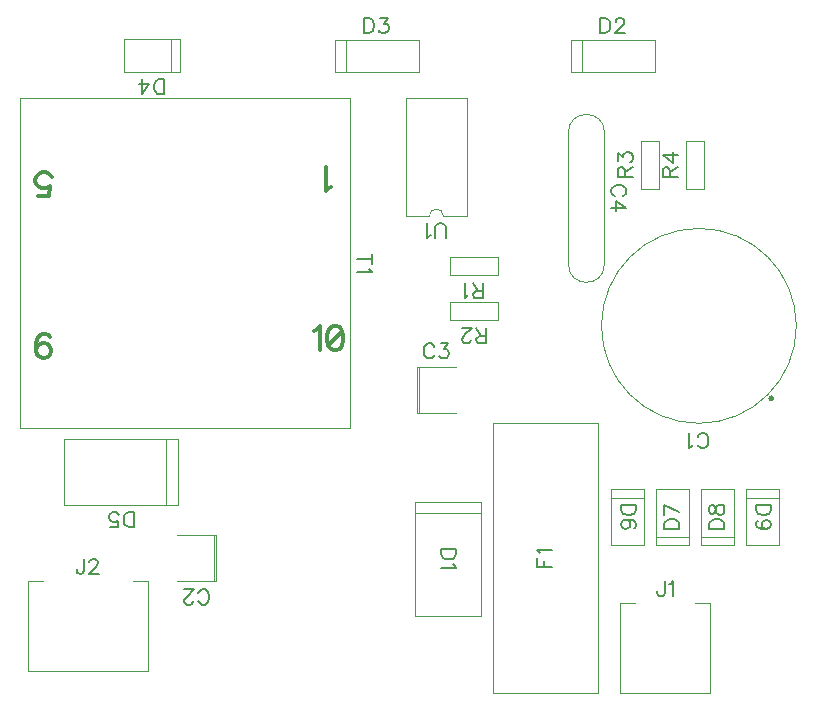
<source format=gbr>
G04 DipTrace 4.1.2.0*
G04 SyedTopSilk.gbr*
%MOIN*%
G04 #@! TF.FileFunction,Legend,Top*
G04 #@! TF.Part,Single*
%ADD10C,0.004724*%
%ADD89C,0.00772*%
%ADD90C,0.012351*%
%FSLAX26Y26*%
G04*
G70*
G90*
G75*
G01*
G04 TopSilk*
%LPD*%
X2225197Y-1075000D2*
G54D10*
G02X2225197Y-1075000I324803J0D01*
G01*
G36*
X2801490Y-1316636D2*
X2801405Y-1317921D1*
X2801154Y-1319184D1*
X2800740Y-1320403D1*
X2800171Y-1321557D1*
X2799456Y-1322628D1*
X2798607Y-1323596D1*
X2797639Y-1324445D1*
X2796569Y-1325160D1*
X2795414Y-1325730D1*
X2794195Y-1326143D1*
X2792932Y-1326395D1*
X2791647Y-1326479D1*
X2790363Y-1326395D1*
X2789100Y-1326144D1*
X2787881Y-1325730D1*
X2786726Y-1325160D1*
X2785655Y-1324445D1*
X2784687Y-1323596D1*
X2783839Y-1322628D1*
X2783123Y-1321558D1*
X2782554Y-1320403D1*
X2782140Y-1319184D1*
X2781889Y-1317921D1*
X2781805Y-1316637D1*
D1*
X2781889Y-1315352D1*
X2782140Y-1314089D1*
X2782554Y-1312870D1*
X2783123Y-1311715D1*
X2783838Y-1310645D1*
X2784687Y-1309677D1*
X2785655Y-1308828D1*
X2786726Y-1308113D1*
X2787880Y-1307543D1*
X2789099Y-1307129D1*
X2790362Y-1306878D1*
X2791647Y-1306794D1*
X2792932Y-1306878D1*
X2794194Y-1307129D1*
X2795413Y-1307543D1*
X2796568Y-1308112D1*
X2797639Y-1308828D1*
X2798607Y-1309677D1*
X2799456Y-1310644D1*
X2800171Y-1311715D1*
X2800740Y-1312870D1*
X2801154Y-1314089D1*
X2801405Y-1315351D1*
X2801490Y-1316636D1*
D1*
G37*
X939804Y-1926770D2*
G54D10*
X810196D1*
X939804Y-1773230D2*
X810196D1*
X939804D2*
Y-1926770D1*
X932458Y-1773230D2*
Y-1926770D1*
X1610196Y-1210730D2*
X1739804D1*
X1610196Y-1364270D2*
X1739804D1*
X1610196D2*
Y-1210730D1*
X1617542Y-1364270D2*
Y-1210730D1*
X2115000Y-429920D2*
Y-870080D1*
X2235000Y-429920D2*
Y-870080D1*
X2115000D2*
G03X2235000Y-870080I60000J80D01*
G01*
Y-429920D2*
G03X2115000Y-429920I-60000J-80D01*
G01*
X1602264Y-1661035D2*
Y-2039122D1*
X1822736Y-1661035D2*
Y-2039122D1*
X1602264Y-1661035D2*
X1822736D1*
X1602264Y-2011260D2*
Y-2042560D1*
X1822736D1*
Y-2011260D1*
Y-1700184D2*
X1602264D1*
X2124782Y-228150D2*
X2400218D1*
X2124782Y-121850D2*
X2400218D1*
X2124782Y-228150D2*
Y-121850D1*
X2372596Y-228150D2*
X2404361D1*
Y-121850D1*
X2372596D1*
X2159969D2*
Y-228150D1*
X1337284Y-228154D2*
X1612719Y-228146D1*
X1337281Y-121854D2*
X1612716Y-121846D1*
X1337284Y-228154D2*
X1337281Y-121854D1*
X1585097Y-228146D2*
X1616862Y-228145D1*
X1616859Y-121846D1*
X1585094Y-121847D1*
X1372467Y-121853D2*
X1372470Y-228153D1*
X819577Y-119882D2*
Y-230118D1*
X817576D2*
X632424D1*
X789734Y-119882D2*
Y-230118D1*
X632424Y-119882D2*
Y-230118D1*
X817576Y-119882D2*
X632424D1*
X814043Y-1452264D2*
X435957D1*
X814043Y-1672736D2*
X435957D1*
X814043Y-1452264D2*
Y-1672736D1*
X463819Y-1452264D2*
X432518D1*
Y-1672736D1*
X463819D1*
X774895D2*
Y-1452264D1*
X2257382Y-1617923D2*
X2367618D1*
Y-1619924D2*
Y-1805076D1*
X2257382Y-1647766D2*
X2367618D1*
X2257382Y-1805076D2*
X2367618D1*
X2257382Y-1619924D2*
Y-1805076D1*
X2517618Y-1807077D2*
X2407382D1*
Y-1805076D2*
Y-1619924D1*
X2517618Y-1777234D2*
X2407382D1*
X2517618Y-1619924D2*
X2407382D1*
X2517618Y-1805076D2*
Y-1619924D1*
X2667618Y-1807077D2*
X2557382D1*
Y-1805076D2*
Y-1619924D1*
X2667618Y-1777234D2*
X2557382D1*
X2667618Y-1619924D2*
X2557382D1*
X2667618Y-1805076D2*
Y-1619924D1*
X2707382Y-1617923D2*
X2817618D1*
Y-1619924D2*
Y-1805076D1*
X2707382Y-1647766D2*
X2817618D1*
X2707382Y-1805076D2*
X2817618D1*
X2707382Y-1619924D2*
Y-1805076D1*
X1862512Y-2300000D2*
Y-1400000D1*
X2212488Y-2300000D2*
Y-1400000D1*
X1862512Y-2300000D2*
X2212488D1*
Y-1400000D2*
X1862512D1*
X2587500Y-2000000D2*
Y-2300000D1*
X2287500D1*
Y-2000000D1*
X2337510D1*
X2587500D2*
X2537490D1*
X712500Y-1925000D2*
Y-2225000D1*
X312500D1*
Y-1925000D1*
X362500D1*
X712500D2*
X662500D1*
X1719858Y-844997D2*
Y-905003D1*
X1880142Y-844997D2*
X1719858D1*
X1880142D2*
Y-905003D1*
X1719858D1*
Y-994997D2*
Y-1055003D1*
X1880142Y-994997D2*
X1719858D1*
X1880142D2*
Y-1055003D1*
X1719858D1*
X2417503Y-457358D2*
X2357497D1*
X2417503Y-617642D2*
Y-457358D1*
Y-617642D2*
X2357497D1*
Y-457358D1*
X2567503D2*
X2507497D1*
X2567503Y-617642D2*
Y-457358D1*
Y-617642D2*
X2507497D1*
Y-457358D1*
X1387500Y-315945D2*
X287500D1*
Y-1415945D1*
X1387500D1*
Y-315945D1*
X1572645Y-709353D2*
X1572636Y-315652D1*
X1777355Y-315647D2*
X1572636Y-315652D1*
X1777364Y-709348D2*
X1777355Y-315647D1*
X1777364Y-709348D2*
X1698645Y-709350D1*
X1572645Y-709353D2*
X1651364Y-709351D1*
X1698645Y-709350D2*
G03X1651364Y-709351I-23640J-19D01*
G01*
X2545790Y-1470931D2*
G54D89*
X2548167Y-1475684D1*
X2552975Y-1480492D1*
X2557729Y-1482869D1*
X2567290Y-1482868D1*
X2572099Y-1480492D1*
X2576852Y-1475683D1*
X2579283Y-1470930D1*
X2581660Y-1463745D1*
Y-1451751D1*
X2579283Y-1444622D1*
X2576851Y-1439813D1*
X2572098Y-1435060D1*
X2567289Y-1432628D1*
X2557728Y-1432629D1*
X2552974Y-1435061D1*
X2548166Y-1439814D1*
X2545790Y-1444622D1*
X2530351Y-1473252D2*
X2525543Y-1475684D1*
X2518358Y-1482814D1*
X2518357Y-1432629D1*
X881531Y-1991994D2*
X883908Y-1996747D1*
X888716Y-2001555D1*
X893470Y-2003932D1*
X903031D1*
X907840Y-2001555D1*
X912593Y-1996747D1*
X915025Y-1991994D1*
X917401Y-1984808D1*
Y-1972815D1*
X915025Y-1965685D1*
X912593Y-1960877D1*
X907840Y-1956124D1*
X903031Y-1953692D1*
X893470D1*
X888716Y-1956124D1*
X883908Y-1960877D1*
X881531Y-1965685D1*
X863660Y-1991938D2*
Y-1994315D1*
X861284Y-1999123D1*
X858907Y-2001500D1*
X854099Y-2003876D1*
X844537D1*
X839784Y-2001500D1*
X837407Y-1999123D1*
X834975Y-1994315D1*
Y-1989562D1*
X837407Y-1984753D1*
X842160Y-1977623D1*
X866092Y-1953692D1*
X832599D1*
X1668469Y-1145506D2*
X1666092Y-1140753D1*
X1661284Y-1135945D1*
X1656530Y-1133568D1*
X1646969D1*
X1642160Y-1135945D1*
X1637407Y-1140753D1*
X1634975Y-1145506D1*
X1632599Y-1152692D1*
Y-1164685D1*
X1634975Y-1171815D1*
X1637407Y-1176623D1*
X1642160Y-1181376D1*
X1646969Y-1183808D1*
X1656530D1*
X1661284Y-1181376D1*
X1666092Y-1176623D1*
X1668469Y-1171815D1*
X1688716Y-1133624D2*
X1714969D1*
X1700655Y-1152747D1*
X1707840D1*
X1712593Y-1155123D1*
X1714969Y-1157500D1*
X1717401Y-1164685D1*
Y-1169438D1*
X1714969Y-1176623D1*
X1710216Y-1181432D1*
X1703031Y-1183808D1*
X1695846D1*
X1688716Y-1181432D1*
X1686340Y-1179000D1*
X1683908Y-1174247D1*
X2296285Y-642280D2*
X2301038Y-639904D1*
X2305846Y-635095D1*
X2308223Y-630342D1*
Y-620781D1*
X2305846Y-615972D1*
X2301038Y-611219D1*
X2296285Y-608787D1*
X2289100Y-606410D1*
X2277106D1*
X2269977Y-608787D1*
X2265168Y-611219D1*
X2260415Y-615972D1*
X2257983Y-620781D1*
Y-630342D1*
X2260415Y-635095D1*
X2265168Y-639904D1*
X2269977Y-642280D1*
X2257983Y-681651D2*
X2308168D1*
X2274730Y-657720D1*
Y-693590D1*
X1740632Y-1819616D2*
X1690392D1*
Y-1836362D1*
X1692824Y-1843547D1*
X1697577Y-1848356D1*
X1702386Y-1850732D1*
X1709515Y-1853109D1*
X1721509D1*
X1728694Y-1850732D1*
X1733447Y-1848356D1*
X1738256Y-1843547D1*
X1740632Y-1836362D1*
Y-1819616D1*
X1731015Y-1868548D2*
X1733447Y-1873357D1*
X1740577Y-1880542D1*
X1690392D1*
X2221287Y-48627D2*
Y-98867D1*
X2238034D1*
X2245219Y-96435D1*
X2250027Y-91682D1*
X2252404Y-86874D1*
X2254780Y-79744D1*
Y-67751D1*
X2252404Y-60566D1*
X2250027Y-55812D1*
X2245219Y-51004D1*
X2238034Y-48627D1*
X2221287D1*
X2272651Y-60621D2*
Y-58244D1*
X2275028Y-53436D1*
X2277405Y-51059D1*
X2282213Y-48683D1*
X2291775D1*
X2296528Y-51059D1*
X2298905Y-53436D1*
X2301336Y-58244D1*
Y-62997D1*
X2298905Y-67806D1*
X2294151Y-74936D1*
X2270220Y-98867D1*
X2303713D1*
X1433783Y-48629D2*
X1433785Y-98869D1*
X1450531Y-98868D1*
X1457716Y-96436D1*
X1462525Y-91683D1*
X1464901Y-86874D1*
X1467278Y-79744D1*
X1467277Y-67751D1*
X1464900Y-60566D1*
X1462524Y-55813D1*
X1457715Y-51004D1*
X1450530Y-48628D1*
X1433783Y-48629D1*
X1487524Y-48682D2*
X1513777Y-48681D1*
X1499463Y-67805D1*
X1506648D1*
X1511401Y-70181D1*
X1513778Y-72558D1*
X1516210Y-79743D1*
Y-84496D1*
X1513779Y-91681D1*
X1509026Y-96490D1*
X1501841Y-98867D1*
X1494656D1*
X1487526Y-96490D1*
X1485149Y-94059D1*
X1482717Y-89305D1*
X767401Y-303341D2*
Y-253101D1*
X750655D1*
X743470Y-255533D1*
X738661Y-260286D1*
X736285Y-265095D1*
X733908Y-272224D1*
Y-284218D1*
X736285Y-291403D1*
X738661Y-296156D1*
X743470Y-300965D1*
X750655Y-303341D1*
X767401D1*
X694537Y-253101D2*
Y-303286D1*
X718469Y-269848D1*
X682599D1*
X666213Y-1745959D2*
Y-1695719D1*
X649466D1*
X642281Y-1698151D1*
X637473Y-1702904D1*
X635096Y-1707713D1*
X632720Y-1714843D1*
Y-1726836D1*
X635096Y-1734021D1*
X637473Y-1738774D1*
X642281Y-1743583D1*
X649466Y-1745959D1*
X666213D1*
X588595Y-1745904D2*
X612472D1*
X614849Y-1724404D1*
X612472Y-1726781D1*
X605287Y-1729213D1*
X598157D1*
X590972Y-1726781D1*
X586164Y-1722028D1*
X583787Y-1714843D1*
Y-1710089D1*
X586164Y-1702904D1*
X590972Y-1698096D1*
X598157Y-1695719D1*
X605287D1*
X612472Y-1698096D1*
X614849Y-1700528D1*
X617280Y-1705281D1*
X2340632Y-1672503D2*
X2290392D1*
Y-1689250D1*
X2292824Y-1696435D1*
X2297577Y-1701243D1*
X2302386Y-1703620D1*
X2309515Y-1705996D1*
X2321509D1*
X2328694Y-1703620D1*
X2333447Y-1701243D1*
X2338256Y-1696435D1*
X2340632Y-1689250D1*
Y-1672503D1*
X2333447Y-1750120D2*
X2338200Y-1747744D1*
X2340577Y-1740559D1*
Y-1735806D1*
X2338200Y-1728621D1*
X2331015Y-1723812D1*
X2319077Y-1721436D1*
X2307139D1*
X2297577Y-1723812D1*
X2292769Y-1728621D1*
X2290392Y-1735806D1*
Y-1738182D1*
X2292769Y-1745312D1*
X2297577Y-1750120D1*
X2304762Y-1752497D1*
X2307139D1*
X2314324Y-1750120D1*
X2319077Y-1745312D1*
X2321454Y-1738182D1*
Y-1735806D1*
X2319077Y-1728621D1*
X2314324Y-1723812D1*
X2307139Y-1721436D1*
X2434368Y-1753713D2*
X2484608D1*
Y-1736966D1*
X2482176Y-1729781D1*
X2477423Y-1724973D1*
X2472614Y-1722596D1*
X2465485Y-1720220D1*
X2453491D1*
X2446306Y-1722596D1*
X2441553Y-1724973D1*
X2436744Y-1729781D1*
X2434368Y-1736966D1*
Y-1753713D1*
X2484608Y-1695219D2*
X2434423Y-1671287D1*
Y-1704780D1*
X2584368Y-1753685D2*
X2634608D1*
Y-1736939D1*
X2632176Y-1729754D1*
X2627423Y-1724945D1*
X2622614Y-1722569D1*
X2615485Y-1720192D1*
X2603491D1*
X2596306Y-1722569D1*
X2591553Y-1724945D1*
X2586744Y-1729754D1*
X2584368Y-1736939D1*
Y-1753685D1*
X2584423Y-1692815D2*
X2586800Y-1699944D1*
X2591553Y-1702376D1*
X2596361D1*
X2601114Y-1699944D1*
X2603546Y-1695191D1*
X2605923Y-1685629D1*
X2608300Y-1678444D1*
X2613108Y-1673691D1*
X2617861Y-1671315D1*
X2625046D1*
X2629799Y-1673691D1*
X2632231Y-1676068D1*
X2634608Y-1683253D1*
Y-1692815D1*
X2632231Y-1699944D1*
X2629799Y-1702376D1*
X2625046Y-1704753D1*
X2617861D1*
X2613108Y-1702376D1*
X2608300Y-1697568D1*
X2605923Y-1690438D1*
X2603546Y-1680876D1*
X2601114Y-1676068D1*
X2596361Y-1673691D1*
X2591553D1*
X2586800Y-1676068D1*
X2584423Y-1683253D1*
Y-1692815D1*
X2790632Y-1672475D2*
X2740392D1*
Y-1689222D1*
X2742824Y-1696407D1*
X2747577Y-1701215D1*
X2752386Y-1703592D1*
X2759515Y-1705969D1*
X2771509D1*
X2778694Y-1703592D1*
X2783447Y-1701215D1*
X2788256Y-1696407D1*
X2790632Y-1689222D1*
Y-1672475D1*
X2773886Y-1752525D2*
X2766700Y-1750093D1*
X2761892Y-1745340D1*
X2759515Y-1738155D1*
Y-1735778D1*
X2761892Y-1728593D1*
X2766700Y-1723840D1*
X2773886Y-1721408D1*
X2776262D1*
X2783447Y-1723840D1*
X2788200Y-1728593D1*
X2790577Y-1735778D1*
Y-1738155D1*
X2788200Y-1745340D1*
X2783447Y-1750093D1*
X2773886Y-1752525D1*
X2761892D1*
X2749954Y-1750093D1*
X2742769Y-1745340D1*
X2740392Y-1738155D1*
Y-1733401D1*
X2742769Y-1726216D1*
X2747577Y-1723840D1*
X2009368Y-1848158D2*
Y-1879275D1*
X2059608D1*
X2033300D2*
Y-1860151D1*
X2018985Y-1832719D2*
X2016553Y-1827910D1*
X2009423Y-1820725D1*
X2059608D1*
X2435749Y-1926777D2*
Y-1965023D1*
X2433373Y-1972208D1*
X2430941Y-1974585D1*
X2426188Y-1977017D1*
X2421379D1*
X2416626Y-1974585D1*
X2414250Y-1972208D1*
X2411818Y-1965023D1*
Y-1960270D1*
X2451189Y-1936394D2*
X2455997Y-1933962D1*
X2463182Y-1926832D1*
Y-1977017D1*
X500000Y-1851777D2*
Y-1890023D1*
X497623Y-1897208D1*
X495191Y-1899585D1*
X490438Y-1902017D1*
X485629D1*
X480876Y-1899585D1*
X478500Y-1897208D1*
X476068Y-1890023D1*
Y-1885270D1*
X517871Y-1863770D2*
Y-1861394D1*
X520247Y-1856585D1*
X522624Y-1854209D1*
X527432Y-1851832D1*
X536994D1*
X541747Y-1854209D1*
X544124Y-1856585D1*
X546556Y-1861394D1*
Y-1866147D1*
X544124Y-1870955D1*
X539371Y-1878085D1*
X515439Y-1902017D1*
X548932D1*
X1830463Y-959291D2*
X1808963D1*
X1801778Y-961723D1*
X1799346Y-964100D1*
X1796970Y-968853D1*
Y-973661D1*
X1799346Y-978415D1*
X1801778Y-980846D1*
X1808963Y-983223D1*
X1830463D1*
Y-932983D1*
X1813716Y-959291D2*
X1796970Y-932983D1*
X1781530Y-973606D2*
X1776722Y-976038D1*
X1769537Y-983168D1*
Y-932983D1*
X1841213Y-1109291D2*
X1819713D1*
X1812528Y-1111723D1*
X1810096Y-1114100D1*
X1807720Y-1118853D1*
Y-1123661D1*
X1810096Y-1128415D1*
X1812528Y-1130846D1*
X1819713Y-1133223D1*
X1841213D1*
Y-1082983D1*
X1824466Y-1109291D2*
X1807720Y-1082983D1*
X1789849Y-1121230D2*
Y-1123606D1*
X1787472Y-1128415D1*
X1785095Y-1130791D1*
X1780287Y-1133168D1*
X1770725D1*
X1765972Y-1130791D1*
X1763595Y-1128415D1*
X1761164Y-1123606D1*
Y-1118853D1*
X1763595Y-1114045D1*
X1768349Y-1106915D1*
X1792280Y-1082983D1*
X1758787D1*
X2303209Y-578713D2*
Y-557213D1*
X2300777Y-550028D1*
X2298400Y-547596D1*
X2293647Y-545220D1*
X2288839D1*
X2284085Y-547596D1*
X2281654Y-550028D1*
X2279277Y-557213D1*
Y-578713D1*
X2329517D1*
X2303209Y-561966D2*
X2329517Y-545220D1*
X2279332Y-524972D2*
Y-498719D1*
X2298455Y-513034D1*
Y-505849D1*
X2300832Y-501095D1*
X2303209Y-498719D1*
X2310394Y-496287D1*
X2315147D1*
X2322332Y-498719D1*
X2327140Y-503472D1*
X2329517Y-510657D1*
Y-517842D1*
X2327140Y-524972D1*
X2324708Y-527349D1*
X2319955Y-529780D1*
X2453209Y-579901D2*
Y-558401D1*
X2450777Y-551216D1*
X2448400Y-548785D1*
X2443647Y-546408D1*
X2438839D1*
X2434085Y-548785D1*
X2431654Y-551216D1*
X2429277Y-558401D1*
Y-579901D1*
X2479517D1*
X2453209Y-563155D2*
X2479517Y-546408D1*
Y-507037D2*
X2429332D1*
X2462770Y-530969D1*
Y-495099D1*
X1325004Y-611344D2*
G54D90*
X1317311Y-615235D1*
X1305815Y-626642D1*
Y-546347D1*
X346199Y-643803D2*
X384401D1*
X388204Y-609403D1*
X384401Y-613205D1*
X372905Y-617096D1*
X361497D1*
X350001Y-613205D1*
X342308Y-605600D1*
X338505Y-594104D1*
Y-586499D1*
X342308Y-575003D1*
X350001Y-567310D1*
X361497Y-563507D1*
X372905D1*
X384401Y-567310D1*
X388204Y-571201D1*
X392095Y-578806D1*
X1266626Y-1091286D2*
X1274319Y-1087395D1*
X1285815Y-1075987D1*
Y-1156283D1*
X1333510Y-1075987D2*
X1322014Y-1079790D1*
X1314321Y-1091286D1*
X1310518Y-1110387D1*
Y-1121883D1*
X1314321Y-1140984D1*
X1322014Y-1152480D1*
X1333510Y-1156283D1*
X1341115D1*
X1352611Y-1152480D1*
X1360217Y-1140984D1*
X1364108Y-1121883D1*
Y-1110387D1*
X1360217Y-1091286D1*
X1352611Y-1079790D1*
X1341115Y-1075987D1*
X1333510D1*
X1360217Y-1091286D2*
X1314321Y-1140984D1*
X386431Y-1113465D2*
X382629Y-1105860D1*
X371132Y-1102057D1*
X363527D1*
X352031Y-1105860D1*
X344338Y-1117356D1*
X340535Y-1136457D1*
Y-1155558D1*
X344338Y-1170856D1*
X352031Y-1178550D1*
X363527Y-1182353D1*
X367330D1*
X378738Y-1178550D1*
X386431Y-1170856D1*
X390234Y-1159360D1*
Y-1155558D1*
X386431Y-1144062D1*
X378738Y-1136457D1*
X367330Y-1132654D1*
X363527D1*
X352031Y-1136457D1*
X344338Y-1144062D1*
X340535Y-1155558D1*
X1460723Y-852229D2*
G54D89*
X1410483D1*
X1460723Y-835482D2*
Y-868975D1*
X1451106Y-884414D2*
X1453538Y-889223D1*
X1460668Y-896408D1*
X1410483D1*
X1705469Y-782573D2*
X1705468Y-746703D1*
X1703091Y-739518D1*
X1698283Y-734765D1*
X1691098Y-732333D1*
X1686345D1*
X1679160Y-734765D1*
X1674351Y-739519D1*
X1671975Y-746704D1*
X1671976Y-782574D1*
X1656536Y-772957D2*
X1651728Y-775389D1*
X1644543Y-782519D1*
X1644542Y-732334D1*
M02*

</source>
